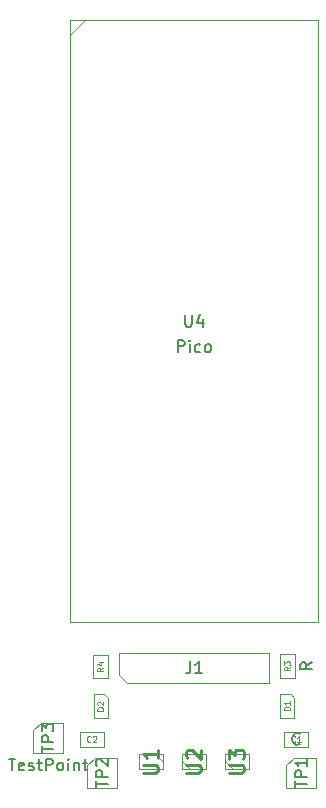
<source format=gbr>
%TF.GenerationSoftware,KiCad,Pcbnew,8.99.0-unknown-120b06f916~181~ubuntu22.04.1*%
%TF.CreationDate,2024-11-21T04:22:58-08:00*%
%TF.ProjectId,gb_video_pico_breakout,67625f76-6964-4656-9f5f-7069636f5f62,rev?*%
%TF.SameCoordinates,Original*%
%TF.FileFunction,AssemblyDrawing,Top*%
%FSLAX46Y46*%
G04 Gerber Fmt 4.6, Leading zero omitted, Abs format (unit mm)*
G04 Created by KiCad (PCBNEW 8.99.0-unknown-120b06f916~181~ubuntu22.04.1) date 2024-11-21 04:22:58*
%MOMM*%
%LPD*%
G01*
G04 APERTURE LIST*
%ADD10C,0.150000*%
%ADD11C,0.080000*%
%ADD12C,0.254000*%
%ADD13C,0.100000*%
%ADD14C,0.120000*%
G04 APERTURE END LIST*
D10*
X134216666Y-119734819D02*
X134788094Y-119734819D01*
X134502380Y-120734819D02*
X134502380Y-119734819D01*
X135502380Y-120687200D02*
X135407142Y-120734819D01*
X135407142Y-120734819D02*
X135216666Y-120734819D01*
X135216666Y-120734819D02*
X135121428Y-120687200D01*
X135121428Y-120687200D02*
X135073809Y-120591961D01*
X135073809Y-120591961D02*
X135073809Y-120211009D01*
X135073809Y-120211009D02*
X135121428Y-120115771D01*
X135121428Y-120115771D02*
X135216666Y-120068152D01*
X135216666Y-120068152D02*
X135407142Y-120068152D01*
X135407142Y-120068152D02*
X135502380Y-120115771D01*
X135502380Y-120115771D02*
X135549999Y-120211009D01*
X135549999Y-120211009D02*
X135549999Y-120306247D01*
X135549999Y-120306247D02*
X135073809Y-120401485D01*
X135930952Y-120687200D02*
X136026190Y-120734819D01*
X136026190Y-120734819D02*
X136216666Y-120734819D01*
X136216666Y-120734819D02*
X136311904Y-120687200D01*
X136311904Y-120687200D02*
X136359523Y-120591961D01*
X136359523Y-120591961D02*
X136359523Y-120544342D01*
X136359523Y-120544342D02*
X136311904Y-120449104D01*
X136311904Y-120449104D02*
X136216666Y-120401485D01*
X136216666Y-120401485D02*
X136073809Y-120401485D01*
X136073809Y-120401485D02*
X135978571Y-120353866D01*
X135978571Y-120353866D02*
X135930952Y-120258628D01*
X135930952Y-120258628D02*
X135930952Y-120211009D01*
X135930952Y-120211009D02*
X135978571Y-120115771D01*
X135978571Y-120115771D02*
X136073809Y-120068152D01*
X136073809Y-120068152D02*
X136216666Y-120068152D01*
X136216666Y-120068152D02*
X136311904Y-120115771D01*
X136645238Y-120068152D02*
X137026190Y-120068152D01*
X136788095Y-119734819D02*
X136788095Y-120591961D01*
X136788095Y-120591961D02*
X136835714Y-120687200D01*
X136835714Y-120687200D02*
X136930952Y-120734819D01*
X136930952Y-120734819D02*
X137026190Y-120734819D01*
X137359524Y-120734819D02*
X137359524Y-119734819D01*
X137359524Y-119734819D02*
X137740476Y-119734819D01*
X137740476Y-119734819D02*
X137835714Y-119782438D01*
X137835714Y-119782438D02*
X137883333Y-119830057D01*
X137883333Y-119830057D02*
X137930952Y-119925295D01*
X137930952Y-119925295D02*
X137930952Y-120068152D01*
X137930952Y-120068152D02*
X137883333Y-120163390D01*
X137883333Y-120163390D02*
X137835714Y-120211009D01*
X137835714Y-120211009D02*
X137740476Y-120258628D01*
X137740476Y-120258628D02*
X137359524Y-120258628D01*
X138502381Y-120734819D02*
X138407143Y-120687200D01*
X138407143Y-120687200D02*
X138359524Y-120639580D01*
X138359524Y-120639580D02*
X138311905Y-120544342D01*
X138311905Y-120544342D02*
X138311905Y-120258628D01*
X138311905Y-120258628D02*
X138359524Y-120163390D01*
X138359524Y-120163390D02*
X138407143Y-120115771D01*
X138407143Y-120115771D02*
X138502381Y-120068152D01*
X138502381Y-120068152D02*
X138645238Y-120068152D01*
X138645238Y-120068152D02*
X138740476Y-120115771D01*
X138740476Y-120115771D02*
X138788095Y-120163390D01*
X138788095Y-120163390D02*
X138835714Y-120258628D01*
X138835714Y-120258628D02*
X138835714Y-120544342D01*
X138835714Y-120544342D02*
X138788095Y-120639580D01*
X138788095Y-120639580D02*
X138740476Y-120687200D01*
X138740476Y-120687200D02*
X138645238Y-120734819D01*
X138645238Y-120734819D02*
X138502381Y-120734819D01*
X139264286Y-120734819D02*
X139264286Y-120068152D01*
X139264286Y-119734819D02*
X139216667Y-119782438D01*
X139216667Y-119782438D02*
X139264286Y-119830057D01*
X139264286Y-119830057D02*
X139311905Y-119782438D01*
X139311905Y-119782438D02*
X139264286Y-119734819D01*
X139264286Y-119734819D02*
X139264286Y-119830057D01*
X139740476Y-120068152D02*
X139740476Y-120734819D01*
X139740476Y-120163390D02*
X139788095Y-120115771D01*
X139788095Y-120115771D02*
X139883333Y-120068152D01*
X139883333Y-120068152D02*
X140026190Y-120068152D01*
X140026190Y-120068152D02*
X140121428Y-120115771D01*
X140121428Y-120115771D02*
X140169047Y-120211009D01*
X140169047Y-120211009D02*
X140169047Y-120734819D01*
X140502381Y-120068152D02*
X140883333Y-120068152D01*
X140645238Y-119734819D02*
X140645238Y-120591961D01*
X140645238Y-120591961D02*
X140692857Y-120687200D01*
X140692857Y-120687200D02*
X140788095Y-120734819D01*
X140788095Y-120734819D02*
X140883333Y-120734819D01*
X137004819Y-119211904D02*
X137004819Y-118640476D01*
X138004819Y-118926190D02*
X137004819Y-118926190D01*
X138004819Y-118307142D02*
X137004819Y-118307142D01*
X137004819Y-118307142D02*
X137004819Y-117926190D01*
X137004819Y-117926190D02*
X137052438Y-117830952D01*
X137052438Y-117830952D02*
X137100057Y-117783333D01*
X137100057Y-117783333D02*
X137195295Y-117735714D01*
X137195295Y-117735714D02*
X137338152Y-117735714D01*
X137338152Y-117735714D02*
X137433390Y-117783333D01*
X137433390Y-117783333D02*
X137481009Y-117830952D01*
X137481009Y-117830952D02*
X137528628Y-117926190D01*
X137528628Y-117926190D02*
X137528628Y-118307142D01*
X137004819Y-117402380D02*
X137004819Y-116783333D01*
X137004819Y-116783333D02*
X137385771Y-117116666D01*
X137385771Y-117116666D02*
X137385771Y-116973809D01*
X137385771Y-116973809D02*
X137433390Y-116878571D01*
X137433390Y-116878571D02*
X137481009Y-116830952D01*
X137481009Y-116830952D02*
X137576247Y-116783333D01*
X137576247Y-116783333D02*
X137814342Y-116783333D01*
X137814342Y-116783333D02*
X137909580Y-116830952D01*
X137909580Y-116830952D02*
X137957200Y-116878571D01*
X137957200Y-116878571D02*
X138004819Y-116973809D01*
X138004819Y-116973809D02*
X138004819Y-117259523D01*
X138004819Y-117259523D02*
X137957200Y-117354761D01*
X137957200Y-117354761D02*
X137909580Y-117402380D01*
X141604819Y-122211904D02*
X141604819Y-121640476D01*
X142604819Y-121926190D02*
X141604819Y-121926190D01*
X142604819Y-121307142D02*
X141604819Y-121307142D01*
X141604819Y-121307142D02*
X141604819Y-120926190D01*
X141604819Y-120926190D02*
X141652438Y-120830952D01*
X141652438Y-120830952D02*
X141700057Y-120783333D01*
X141700057Y-120783333D02*
X141795295Y-120735714D01*
X141795295Y-120735714D02*
X141938152Y-120735714D01*
X141938152Y-120735714D02*
X142033390Y-120783333D01*
X142033390Y-120783333D02*
X142081009Y-120830952D01*
X142081009Y-120830952D02*
X142128628Y-120926190D01*
X142128628Y-120926190D02*
X142128628Y-121307142D01*
X141700057Y-120354761D02*
X141652438Y-120307142D01*
X141652438Y-120307142D02*
X141604819Y-120211904D01*
X141604819Y-120211904D02*
X141604819Y-119973809D01*
X141604819Y-119973809D02*
X141652438Y-119878571D01*
X141652438Y-119878571D02*
X141700057Y-119830952D01*
X141700057Y-119830952D02*
X141795295Y-119783333D01*
X141795295Y-119783333D02*
X141890533Y-119783333D01*
X141890533Y-119783333D02*
X142033390Y-119830952D01*
X142033390Y-119830952D02*
X142604819Y-120402380D01*
X142604819Y-120402380D02*
X142604819Y-119783333D01*
D11*
X141166666Y-118279530D02*
X141142857Y-118303340D01*
X141142857Y-118303340D02*
X141071428Y-118327149D01*
X141071428Y-118327149D02*
X141023809Y-118327149D01*
X141023809Y-118327149D02*
X140952381Y-118303340D01*
X140952381Y-118303340D02*
X140904762Y-118255720D01*
X140904762Y-118255720D02*
X140880952Y-118208101D01*
X140880952Y-118208101D02*
X140857143Y-118112863D01*
X140857143Y-118112863D02*
X140857143Y-118041435D01*
X140857143Y-118041435D02*
X140880952Y-117946197D01*
X140880952Y-117946197D02*
X140904762Y-117898578D01*
X140904762Y-117898578D02*
X140952381Y-117850959D01*
X140952381Y-117850959D02*
X141023809Y-117827149D01*
X141023809Y-117827149D02*
X141071428Y-117827149D01*
X141071428Y-117827149D02*
X141142857Y-117850959D01*
X141142857Y-117850959D02*
X141166666Y-117874768D01*
X141357143Y-117874768D02*
X141380952Y-117850959D01*
X141380952Y-117850959D02*
X141428571Y-117827149D01*
X141428571Y-117827149D02*
X141547619Y-117827149D01*
X141547619Y-117827149D02*
X141595238Y-117850959D01*
X141595238Y-117850959D02*
X141619047Y-117874768D01*
X141619047Y-117874768D02*
X141642857Y-117922387D01*
X141642857Y-117922387D02*
X141642857Y-117970006D01*
X141642857Y-117970006D02*
X141619047Y-118041435D01*
X141619047Y-118041435D02*
X141333333Y-118327149D01*
X141333333Y-118327149D02*
X141642857Y-118327149D01*
X142227149Y-112020833D02*
X141989054Y-112187499D01*
X142227149Y-112306547D02*
X141727149Y-112306547D01*
X141727149Y-112306547D02*
X141727149Y-112116071D01*
X141727149Y-112116071D02*
X141750959Y-112068452D01*
X141750959Y-112068452D02*
X141774768Y-112044642D01*
X141774768Y-112044642D02*
X141822387Y-112020833D01*
X141822387Y-112020833D02*
X141893816Y-112020833D01*
X141893816Y-112020833D02*
X141941435Y-112044642D01*
X141941435Y-112044642D02*
X141965244Y-112068452D01*
X141965244Y-112068452D02*
X141989054Y-112116071D01*
X141989054Y-112116071D02*
X141989054Y-112306547D01*
X141893816Y-111592261D02*
X142227149Y-111592261D01*
X141703340Y-111711309D02*
X142060482Y-111830356D01*
X142060482Y-111830356D02*
X142060482Y-111520833D01*
D12*
X145570151Y-120967619D02*
X146598246Y-120967619D01*
X146598246Y-120967619D02*
X146719198Y-120907142D01*
X146719198Y-120907142D02*
X146779675Y-120846666D01*
X146779675Y-120846666D02*
X146840151Y-120725714D01*
X146840151Y-120725714D02*
X146840151Y-120483809D01*
X146840151Y-120483809D02*
X146779675Y-120362857D01*
X146779675Y-120362857D02*
X146719198Y-120302380D01*
X146719198Y-120302380D02*
X146598246Y-120241904D01*
X146598246Y-120241904D02*
X145570151Y-120241904D01*
X146840151Y-118971904D02*
X146840151Y-119697619D01*
X146840151Y-119334762D02*
X145570151Y-119334762D01*
X145570151Y-119334762D02*
X145751579Y-119455714D01*
X145751579Y-119455714D02*
X145872532Y-119576666D01*
X145872532Y-119576666D02*
X145933008Y-119697619D01*
D11*
X158027149Y-115644047D02*
X157527149Y-115644047D01*
X157527149Y-115644047D02*
X157527149Y-115524999D01*
X157527149Y-115524999D02*
X157550959Y-115453571D01*
X157550959Y-115453571D02*
X157598578Y-115405952D01*
X157598578Y-115405952D02*
X157646197Y-115382142D01*
X157646197Y-115382142D02*
X157741435Y-115358333D01*
X157741435Y-115358333D02*
X157812863Y-115358333D01*
X157812863Y-115358333D02*
X157908101Y-115382142D01*
X157908101Y-115382142D02*
X157955720Y-115405952D01*
X157955720Y-115405952D02*
X158003340Y-115453571D01*
X158003340Y-115453571D02*
X158027149Y-115524999D01*
X158027149Y-115524999D02*
X158027149Y-115644047D01*
X158027149Y-114882142D02*
X158027149Y-115167856D01*
X158027149Y-115024999D02*
X157527149Y-115024999D01*
X157527149Y-115024999D02*
X157598578Y-115072618D01*
X157598578Y-115072618D02*
X157646197Y-115120237D01*
X157646197Y-115120237D02*
X157670006Y-115167856D01*
D10*
X158454819Y-122211904D02*
X158454819Y-121640476D01*
X159454819Y-121926190D02*
X158454819Y-121926190D01*
X159454819Y-121307142D02*
X158454819Y-121307142D01*
X158454819Y-121307142D02*
X158454819Y-120926190D01*
X158454819Y-120926190D02*
X158502438Y-120830952D01*
X158502438Y-120830952D02*
X158550057Y-120783333D01*
X158550057Y-120783333D02*
X158645295Y-120735714D01*
X158645295Y-120735714D02*
X158788152Y-120735714D01*
X158788152Y-120735714D02*
X158883390Y-120783333D01*
X158883390Y-120783333D02*
X158931009Y-120830952D01*
X158931009Y-120830952D02*
X158978628Y-120926190D01*
X158978628Y-120926190D02*
X158978628Y-121307142D01*
X159454819Y-119783333D02*
X159454819Y-120354761D01*
X159454819Y-120069047D02*
X158454819Y-120069047D01*
X158454819Y-120069047D02*
X158597676Y-120164285D01*
X158597676Y-120164285D02*
X158692914Y-120259523D01*
X158692914Y-120259523D02*
X158740533Y-120354761D01*
X148534881Y-85313819D02*
X148534881Y-84313819D01*
X148534881Y-84313819D02*
X148915833Y-84313819D01*
X148915833Y-84313819D02*
X149011071Y-84361438D01*
X149011071Y-84361438D02*
X149058690Y-84409057D01*
X149058690Y-84409057D02*
X149106309Y-84504295D01*
X149106309Y-84504295D02*
X149106309Y-84647152D01*
X149106309Y-84647152D02*
X149058690Y-84742390D01*
X149058690Y-84742390D02*
X149011071Y-84790009D01*
X149011071Y-84790009D02*
X148915833Y-84837628D01*
X148915833Y-84837628D02*
X148534881Y-84837628D01*
X149534881Y-85313819D02*
X149534881Y-84647152D01*
X149534881Y-84313819D02*
X149487262Y-84361438D01*
X149487262Y-84361438D02*
X149534881Y-84409057D01*
X149534881Y-84409057D02*
X149582500Y-84361438D01*
X149582500Y-84361438D02*
X149534881Y-84313819D01*
X149534881Y-84313819D02*
X149534881Y-84409057D01*
X150439642Y-85266200D02*
X150344404Y-85313819D01*
X150344404Y-85313819D02*
X150153928Y-85313819D01*
X150153928Y-85313819D02*
X150058690Y-85266200D01*
X150058690Y-85266200D02*
X150011071Y-85218580D01*
X150011071Y-85218580D02*
X149963452Y-85123342D01*
X149963452Y-85123342D02*
X149963452Y-84837628D01*
X149963452Y-84837628D02*
X150011071Y-84742390D01*
X150011071Y-84742390D02*
X150058690Y-84694771D01*
X150058690Y-84694771D02*
X150153928Y-84647152D01*
X150153928Y-84647152D02*
X150344404Y-84647152D01*
X150344404Y-84647152D02*
X150439642Y-84694771D01*
X151011071Y-85313819D02*
X150915833Y-85266200D01*
X150915833Y-85266200D02*
X150868214Y-85218580D01*
X150868214Y-85218580D02*
X150820595Y-85123342D01*
X150820595Y-85123342D02*
X150820595Y-84837628D01*
X150820595Y-84837628D02*
X150868214Y-84742390D01*
X150868214Y-84742390D02*
X150915833Y-84694771D01*
X150915833Y-84694771D02*
X151011071Y-84647152D01*
X151011071Y-84647152D02*
X151153928Y-84647152D01*
X151153928Y-84647152D02*
X151249166Y-84694771D01*
X151249166Y-84694771D02*
X151296785Y-84742390D01*
X151296785Y-84742390D02*
X151344404Y-84837628D01*
X151344404Y-84837628D02*
X151344404Y-85123342D01*
X151344404Y-85123342D02*
X151296785Y-85218580D01*
X151296785Y-85218580D02*
X151249166Y-85266200D01*
X151249166Y-85266200D02*
X151153928Y-85313819D01*
X151153928Y-85313819D02*
X151011071Y-85313819D01*
X149153928Y-82154819D02*
X149153928Y-82964342D01*
X149153928Y-82964342D02*
X149201547Y-83059580D01*
X149201547Y-83059580D02*
X149249166Y-83107200D01*
X149249166Y-83107200D02*
X149344404Y-83154819D01*
X149344404Y-83154819D02*
X149534880Y-83154819D01*
X149534880Y-83154819D02*
X149630118Y-83107200D01*
X149630118Y-83107200D02*
X149677737Y-83059580D01*
X149677737Y-83059580D02*
X149725356Y-82964342D01*
X149725356Y-82964342D02*
X149725356Y-82154819D01*
X150630118Y-82488152D02*
X150630118Y-83154819D01*
X150392023Y-82107200D02*
X150153928Y-82821485D01*
X150153928Y-82821485D02*
X150772975Y-82821485D01*
D12*
X149220151Y-120967619D02*
X150248246Y-120967619D01*
X150248246Y-120967619D02*
X150369198Y-120907142D01*
X150369198Y-120907142D02*
X150429675Y-120846666D01*
X150429675Y-120846666D02*
X150490151Y-120725714D01*
X150490151Y-120725714D02*
X150490151Y-120483809D01*
X150490151Y-120483809D02*
X150429675Y-120362857D01*
X150429675Y-120362857D02*
X150369198Y-120302380D01*
X150369198Y-120302380D02*
X150248246Y-120241904D01*
X150248246Y-120241904D02*
X149220151Y-120241904D01*
X149341103Y-119697619D02*
X149280627Y-119637143D01*
X149280627Y-119637143D02*
X149220151Y-119516190D01*
X149220151Y-119516190D02*
X149220151Y-119213809D01*
X149220151Y-119213809D02*
X149280627Y-119092857D01*
X149280627Y-119092857D02*
X149341103Y-119032381D01*
X149341103Y-119032381D02*
X149462055Y-118971904D01*
X149462055Y-118971904D02*
X149583008Y-118971904D01*
X149583008Y-118971904D02*
X149764436Y-119032381D01*
X149764436Y-119032381D02*
X150490151Y-119758095D01*
X150490151Y-119758095D02*
X150490151Y-118971904D01*
X152870151Y-120967619D02*
X153898246Y-120967619D01*
X153898246Y-120967619D02*
X154019198Y-120907142D01*
X154019198Y-120907142D02*
X154079675Y-120846666D01*
X154079675Y-120846666D02*
X154140151Y-120725714D01*
X154140151Y-120725714D02*
X154140151Y-120483809D01*
X154140151Y-120483809D02*
X154079675Y-120362857D01*
X154079675Y-120362857D02*
X154019198Y-120302380D01*
X154019198Y-120302380D02*
X153898246Y-120241904D01*
X153898246Y-120241904D02*
X152870151Y-120241904D01*
X152870151Y-119758095D02*
X152870151Y-118971904D01*
X152870151Y-118971904D02*
X153353960Y-119395238D01*
X153353960Y-119395238D02*
X153353960Y-119213809D01*
X153353960Y-119213809D02*
X153414436Y-119092857D01*
X153414436Y-119092857D02*
X153474913Y-119032381D01*
X153474913Y-119032381D02*
X153595865Y-118971904D01*
X153595865Y-118971904D02*
X153898246Y-118971904D01*
X153898246Y-118971904D02*
X154019198Y-119032381D01*
X154019198Y-119032381D02*
X154079675Y-119092857D01*
X154079675Y-119092857D02*
X154140151Y-119213809D01*
X154140151Y-119213809D02*
X154140151Y-119576666D01*
X154140151Y-119576666D02*
X154079675Y-119697619D01*
X154079675Y-119697619D02*
X154019198Y-119758095D01*
D10*
X159904819Y-111590476D02*
X159428628Y-111923809D01*
X159904819Y-112161904D02*
X158904819Y-112161904D01*
X158904819Y-112161904D02*
X158904819Y-111780952D01*
X158904819Y-111780952D02*
X158952438Y-111685714D01*
X158952438Y-111685714D02*
X159000057Y-111638095D01*
X159000057Y-111638095D02*
X159095295Y-111590476D01*
X159095295Y-111590476D02*
X159238152Y-111590476D01*
X159238152Y-111590476D02*
X159333390Y-111638095D01*
X159333390Y-111638095D02*
X159381009Y-111685714D01*
X159381009Y-111685714D02*
X159428628Y-111780952D01*
X159428628Y-111780952D02*
X159428628Y-112161904D01*
D11*
X158027149Y-111983333D02*
X157789054Y-112149999D01*
X158027149Y-112269047D02*
X157527149Y-112269047D01*
X157527149Y-112269047D02*
X157527149Y-112078571D01*
X157527149Y-112078571D02*
X157550959Y-112030952D01*
X157550959Y-112030952D02*
X157574768Y-112007142D01*
X157574768Y-112007142D02*
X157622387Y-111983333D01*
X157622387Y-111983333D02*
X157693816Y-111983333D01*
X157693816Y-111983333D02*
X157741435Y-112007142D01*
X157741435Y-112007142D02*
X157765244Y-112030952D01*
X157765244Y-112030952D02*
X157789054Y-112078571D01*
X157789054Y-112078571D02*
X157789054Y-112269047D01*
X157527149Y-111816666D02*
X157527149Y-111507142D01*
X157527149Y-111507142D02*
X157717625Y-111673809D01*
X157717625Y-111673809D02*
X157717625Y-111602380D01*
X157717625Y-111602380D02*
X157741435Y-111554761D01*
X157741435Y-111554761D02*
X157765244Y-111530952D01*
X157765244Y-111530952D02*
X157812863Y-111507142D01*
X157812863Y-111507142D02*
X157931911Y-111507142D01*
X157931911Y-111507142D02*
X157979530Y-111530952D01*
X157979530Y-111530952D02*
X158003340Y-111554761D01*
X158003340Y-111554761D02*
X158027149Y-111602380D01*
X158027149Y-111602380D02*
X158027149Y-111745237D01*
X158027149Y-111745237D02*
X158003340Y-111792856D01*
X158003340Y-111792856D02*
X157979530Y-111816666D01*
D10*
X158859523Y-118459580D02*
X158811904Y-118507200D01*
X158811904Y-118507200D02*
X158669047Y-118554819D01*
X158669047Y-118554819D02*
X158573809Y-118554819D01*
X158573809Y-118554819D02*
X158430952Y-118507200D01*
X158430952Y-118507200D02*
X158335714Y-118411961D01*
X158335714Y-118411961D02*
X158288095Y-118316723D01*
X158288095Y-118316723D02*
X158240476Y-118126247D01*
X158240476Y-118126247D02*
X158240476Y-117983390D01*
X158240476Y-117983390D02*
X158288095Y-117792914D01*
X158288095Y-117792914D02*
X158335714Y-117697676D01*
X158335714Y-117697676D02*
X158430952Y-117602438D01*
X158430952Y-117602438D02*
X158573809Y-117554819D01*
X158573809Y-117554819D02*
X158669047Y-117554819D01*
X158669047Y-117554819D02*
X158811904Y-117602438D01*
X158811904Y-117602438D02*
X158859523Y-117650057D01*
D11*
X158466666Y-118279530D02*
X158442857Y-118303340D01*
X158442857Y-118303340D02*
X158371428Y-118327149D01*
X158371428Y-118327149D02*
X158323809Y-118327149D01*
X158323809Y-118327149D02*
X158252381Y-118303340D01*
X158252381Y-118303340D02*
X158204762Y-118255720D01*
X158204762Y-118255720D02*
X158180952Y-118208101D01*
X158180952Y-118208101D02*
X158157143Y-118112863D01*
X158157143Y-118112863D02*
X158157143Y-118041435D01*
X158157143Y-118041435D02*
X158180952Y-117946197D01*
X158180952Y-117946197D02*
X158204762Y-117898578D01*
X158204762Y-117898578D02*
X158252381Y-117850959D01*
X158252381Y-117850959D02*
X158323809Y-117827149D01*
X158323809Y-117827149D02*
X158371428Y-117827149D01*
X158371428Y-117827149D02*
X158442857Y-117850959D01*
X158442857Y-117850959D02*
X158466666Y-117874768D01*
X158942857Y-118327149D02*
X158657143Y-118327149D01*
X158800000Y-118327149D02*
X158800000Y-117827149D01*
X158800000Y-117827149D02*
X158752381Y-117898578D01*
X158752381Y-117898578D02*
X158704762Y-117946197D01*
X158704762Y-117946197D02*
X158657143Y-117970006D01*
D10*
X149587499Y-111504819D02*
X149587499Y-112219104D01*
X149587499Y-112219104D02*
X149539880Y-112361961D01*
X149539880Y-112361961D02*
X149444642Y-112457200D01*
X149444642Y-112457200D02*
X149301785Y-112504819D01*
X149301785Y-112504819D02*
X149206547Y-112504819D01*
X150587499Y-112504819D02*
X150016071Y-112504819D01*
X150301785Y-112504819D02*
X150301785Y-111504819D01*
X150301785Y-111504819D02*
X150206547Y-111647676D01*
X150206547Y-111647676D02*
X150111309Y-111742914D01*
X150111309Y-111742914D02*
X150016071Y-111790533D01*
D11*
X142227149Y-115669047D02*
X141727149Y-115669047D01*
X141727149Y-115669047D02*
X141727149Y-115549999D01*
X141727149Y-115549999D02*
X141750959Y-115478571D01*
X141750959Y-115478571D02*
X141798578Y-115430952D01*
X141798578Y-115430952D02*
X141846197Y-115407142D01*
X141846197Y-115407142D02*
X141941435Y-115383333D01*
X141941435Y-115383333D02*
X142012863Y-115383333D01*
X142012863Y-115383333D02*
X142108101Y-115407142D01*
X142108101Y-115407142D02*
X142155720Y-115430952D01*
X142155720Y-115430952D02*
X142203340Y-115478571D01*
X142203340Y-115478571D02*
X142227149Y-115549999D01*
X142227149Y-115549999D02*
X142227149Y-115669047D01*
X141774768Y-115192856D02*
X141750959Y-115169047D01*
X141750959Y-115169047D02*
X141727149Y-115121428D01*
X141727149Y-115121428D02*
X141727149Y-115002380D01*
X141727149Y-115002380D02*
X141750959Y-114954761D01*
X141750959Y-114954761D02*
X141774768Y-114930952D01*
X141774768Y-114930952D02*
X141822387Y-114907142D01*
X141822387Y-114907142D02*
X141870006Y-114907142D01*
X141870006Y-114907142D02*
X141941435Y-114930952D01*
X141941435Y-114930952D02*
X142227149Y-115216666D01*
X142227149Y-115216666D02*
X142227149Y-114907142D01*
D13*
%TO.C,TP3*%
X136280000Y-117315000D02*
X136915000Y-116680000D01*
X136280000Y-119220000D02*
X136280000Y-117315000D01*
X136915000Y-116680000D02*
X138820000Y-116680000D01*
X138820000Y-116680000D02*
X138820000Y-119220000D01*
X138820000Y-119220000D02*
X136280000Y-119220000D01*
%TO.C,TP2*%
X140880000Y-120315000D02*
X141515000Y-119680000D01*
X140880000Y-122220000D02*
X140880000Y-120315000D01*
X141515000Y-119680000D02*
X143420000Y-119680000D01*
X143420000Y-119680000D02*
X143420000Y-122220000D01*
X143420000Y-122220000D02*
X140880000Y-122220000D01*
%TO.C,C2*%
X140250000Y-117475000D02*
X142250000Y-117475000D01*
X140250000Y-118725000D02*
X140250000Y-117475000D01*
X142250000Y-117475000D02*
X142250000Y-118725000D01*
X142250000Y-118725000D02*
X140250000Y-118725000D01*
%TO.C,R4*%
X141375000Y-110937500D02*
X142625000Y-110937500D01*
X141375000Y-112937500D02*
X141375000Y-110937500D01*
X142625000Y-110937500D02*
X142625000Y-112937500D01*
X142625000Y-112937500D02*
X141375000Y-112937500D01*
%TO.C,U1*%
X145265833Y-119375000D02*
X147265833Y-119375000D01*
X145265833Y-120625000D02*
X145265833Y-119375000D01*
X146615833Y-119375000D02*
X147265833Y-120025000D01*
X147265833Y-119375000D02*
X147265833Y-120625000D01*
X147265833Y-120625000D02*
X145265833Y-120625000D01*
%TO.C,D1*%
X157200000Y-114275000D02*
X157200000Y-116275000D01*
X157200000Y-116275000D02*
X158400000Y-116275000D01*
X158100000Y-114275000D02*
X157200000Y-114275000D01*
X158400000Y-114575000D02*
X158100000Y-114275000D01*
X158400000Y-116275000D02*
X158400000Y-114575000D01*
%TO.C,TP1*%
X157730000Y-120315000D02*
X158365000Y-119680000D01*
X157730000Y-122220000D02*
X157730000Y-120315000D01*
X158365000Y-119680000D02*
X160270000Y-119680000D01*
X160270000Y-119680000D02*
X160270000Y-122220000D01*
X160270000Y-122220000D02*
X157730000Y-122220000D01*
D14*
%TO.C,U4*%
X139415833Y-57200000D02*
X160415833Y-57200000D01*
X139415833Y-58500000D02*
X140715833Y-57200000D01*
X139415833Y-108200000D02*
X139415833Y-57200000D01*
X160415833Y-57200000D02*
X160415833Y-108200000D01*
X160415833Y-108200000D02*
X139415833Y-108200000D01*
D13*
%TO.C,U2*%
X148915833Y-119375000D02*
X150915833Y-119375000D01*
X148915833Y-120625000D02*
X148915833Y-119375000D01*
X149565833Y-120625000D02*
X148915833Y-119975000D01*
X150915833Y-119375000D02*
X150915833Y-120625000D01*
X150915833Y-120625000D02*
X148915833Y-120625000D01*
%TO.C,U3*%
X152565833Y-119375000D02*
X154565833Y-119375000D01*
X152565833Y-120625000D02*
X152565833Y-119375000D01*
X153215833Y-120625000D02*
X152565833Y-119975000D01*
X154565833Y-119375000D02*
X154565833Y-120625000D01*
X154565833Y-120625000D02*
X152565833Y-120625000D01*
%TO.C,R3*%
X157175000Y-110900000D02*
X158425000Y-110900000D01*
X157175000Y-112900000D02*
X157175000Y-110900000D01*
X158425000Y-110900000D02*
X158425000Y-112900000D01*
X158425000Y-112900000D02*
X157175000Y-112900000D01*
%TO.C,C1*%
X157550000Y-117475000D02*
X159550000Y-117475000D01*
X157550000Y-118725000D02*
X157550000Y-117475000D01*
X159550000Y-117475000D02*
X159550000Y-118725000D01*
X159550000Y-118725000D02*
X157550000Y-118725000D01*
%TO.C,J1*%
X143570833Y-110780000D02*
X156270833Y-110780000D01*
X143570833Y-112685000D02*
X143570833Y-110780000D01*
X144205833Y-113320000D02*
X143570833Y-112685000D01*
X156270833Y-110780000D02*
X156270833Y-113320000D01*
X156270833Y-113320000D02*
X144205833Y-113320000D01*
%TO.C,D2*%
X141400000Y-114300000D02*
X141400000Y-116300000D01*
X141400000Y-116300000D02*
X142600000Y-116300000D01*
X142300000Y-114300000D02*
X141400000Y-114300000D01*
X142600000Y-114600000D02*
X142300000Y-114300000D01*
X142600000Y-116300000D02*
X142600000Y-114600000D01*
%TD*%
M02*

</source>
